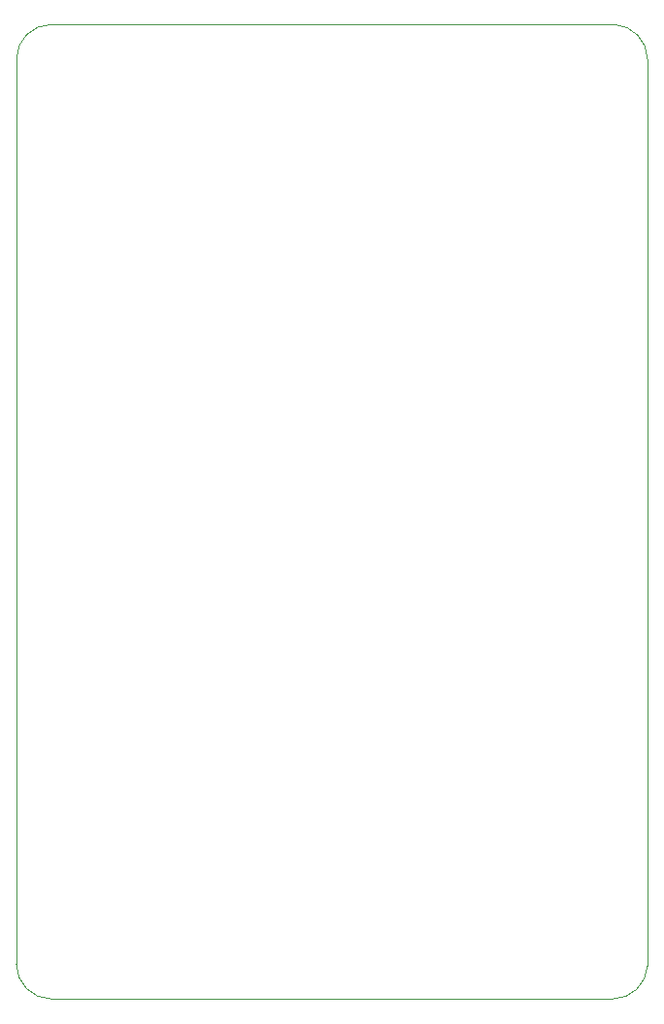
<source format=gm1>
%TF.GenerationSoftware,KiCad,Pcbnew,9.0.2*%
%TF.CreationDate,2025-05-13T17:20:56+02:00*%
%TF.ProjectId,CCFL2LED,4343464c-324c-4454-942e-6b696361645f,rev?*%
%TF.SameCoordinates,Original*%
%TF.FileFunction,Profile,NP*%
%FSLAX46Y46*%
G04 Gerber Fmt 4.6, Leading zero omitted, Abs format (unit mm)*
G04 Created by KiCad (PCBNEW 9.0.2) date 2025-05-13 17:20:56*
%MOMM*%
%LPD*%
G01*
G04 APERTURE LIST*
%TA.AperFunction,Profile*%
%ADD10C,0.100000*%
%TD*%
G04 APERTURE END LIST*
D10*
X94998645Y-33020000D02*
X94998645Y-112141000D01*
X39878000Y-33020000D02*
G75*
G02*
X42926000Y-29972000I3048000J0D01*
G01*
X42926000Y-29972000D02*
X92075000Y-29972000D01*
X39878000Y-112014000D02*
X39878000Y-33020000D01*
X92075000Y-29972000D02*
G75*
G02*
X94998645Y-33020000I-127000J-3048000D01*
G01*
X91948000Y-115062000D02*
X42926000Y-115062000D01*
X42926000Y-115062000D02*
G75*
G02*
X39878000Y-112014000I0J3048000D01*
G01*
X94998645Y-112141000D02*
G75*
G02*
X91948000Y-115067287I-3050645J127000D01*
G01*
M02*

</source>
